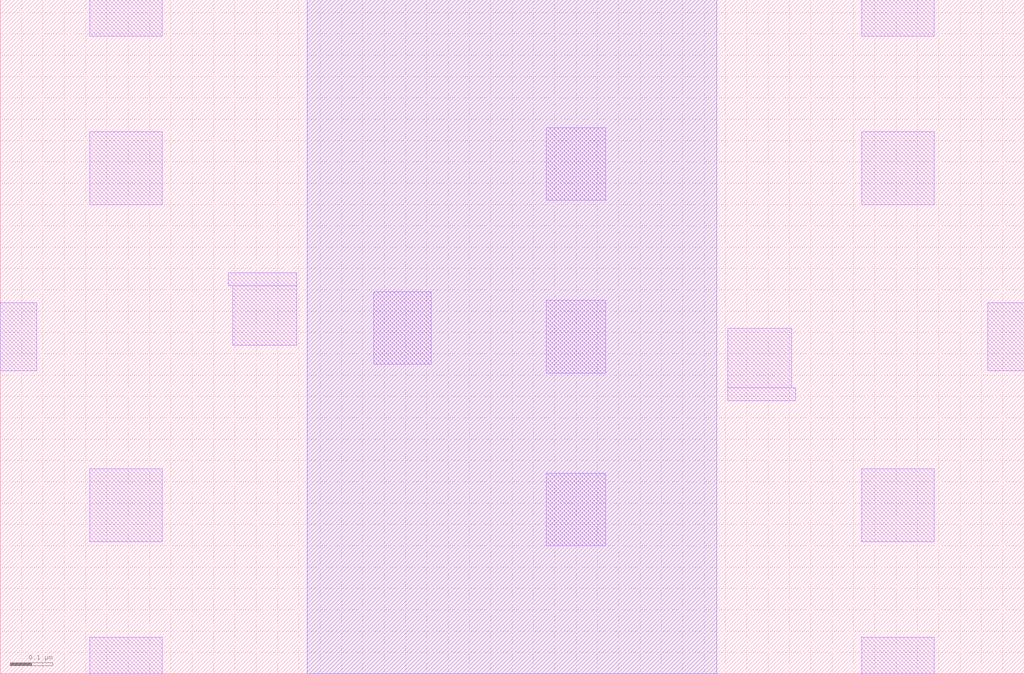
<source format=lef>
# Copyright 2020 The SkyWater PDK Authors
#
# Licensed under the Apache License, Version 2.0 (the "License");
# you may not use this file except in compliance with the License.
# You may obtain a copy of the License at
#
#     https://www.apache.org/licenses/LICENSE-2.0
#
# Unless required by applicable law or agreed to in writing, software
# distributed under the License is distributed on an "AS IS" BASIS,
# WITHOUT WARRANTIES OR CONDITIONS OF ANY KIND, either express or implied.
# See the License for the specific language governing permissions and
# limitations under the License.
#
# SPDX-License-Identifier: Apache-2.0

VERSION 5.7 ;
  NOWIREEXTENSIONATPIN ON ;
  DIVIDERCHAR "/" ;
  BUSBITCHARS "[]" ;
MACRO sky130_fd_bd_sram__sram_dp_cell
  CLASS BLOCK ;
  FOREIGN sky130_fd_bd_sram__sram_dp_cell ;
  ORIGIN  0.000000  0.000000 ;
  SIZE  2.400000 BY  1.580000 ;
  OBS
    LAYER li1 ;
      RECT 0.000000 0.710000 0.085000 0.870000 ;
      RECT 0.210000 0.000000 0.380000 0.085000 ;
      RECT 0.210000 0.310000 0.380000 0.480000 ;
      RECT 0.210000 1.100000 0.380000 1.270000 ;
      RECT 0.210000 1.495000 0.380000 1.580000 ;
      RECT 0.535000 0.910000 0.695000 0.940000 ;
      RECT 0.545000 0.770000 0.695000 0.910000 ;
      RECT 0.875000 0.725000 1.010000 0.895000 ;
      RECT 1.280000 0.300000 1.420000 0.470000 ;
      RECT 1.280000 0.705000 1.420000 0.875000 ;
      RECT 1.280000 1.110000 1.420000 1.280000 ;
      RECT 1.705000 0.640000 1.865000 0.670000 ;
      RECT 1.705000 0.670000 1.855000 0.810000 ;
      RECT 2.020000 0.000000 2.190000 0.085000 ;
      RECT 2.020000 0.310000 2.190000 0.480000 ;
      RECT 2.020000 1.100000 2.190000 1.270000 ;
      RECT 2.020000 1.495000 2.190000 1.580000 ;
      RECT 2.315000 0.710000 2.400000 0.870000 ;
    LAYER nwell ;
      RECT 0.720000 0.000000 1.680000 1.580000 ;
  END
END sky130_fd_bd_sram__sram_dp_cell
END LIBRARY

</source>
